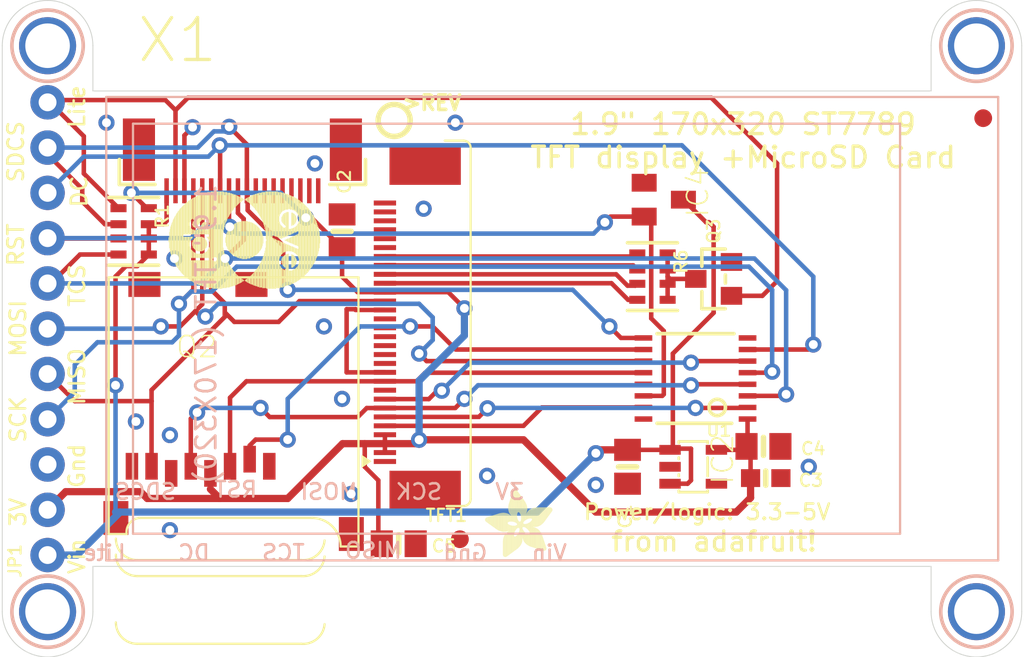
<source format=kicad_pcb>
(kicad_pcb (version 20211014) (generator pcbnew)
  (layers (0 "F.Cu" signal) (1 "In1.Cu" signal) (2 "In2.Cu" signal) (3 "In3.Cu" signal) (4 "In4.Cu" signal) (5 "In5.Cu" signal) (6 "In6.Cu" signal) (7 "In7.Cu" signal) (8 "In8.Cu" signal) (9 "In9.Cu" signal) (10 "In10.Cu" signal) (11 "In11.Cu" signal) (12 "In12.Cu" signal) (13 "In13.Cu" signal) (14 "In14.Cu" signal) (31 "B.Cu" signal) (34 "B.Paste" user) (35 "F.Paste" user) (36 "B.SilkS" user "B.Silkscreen") (37 "F.SilkS" user "F.Silkscreen") (38 "B.Mask" user) (39 "F.Mask" user) (44 "Edge.Cuts" user))
  (net 0 "")
  (net 1 "GND")
  (net 2 "SCK")
  (net 3 "SCK_3V")
  (net 4 "MOSI")
  (net 5 "MOSI_3V")
  (net 6 "MISO")
  (net 7 "+3V3")
  (net 8 "CARDCS")
  (net 9 "CARDCS_3V")
  (net 10 "LEDK")
  (net 11 "LITE")
  (net 12 "TFTDC")
  (net 13 "TFTDC_3V")
  (net 14 "TFTCS_3V")
  (net 15 "TFTCS")
  (net 16 "VIN")
  (net 17 "TFTRST_3V")
  (net 18 "TFTRST")
  (net 19 "N$2")
  (net 20 "N$3")
  (net 21 "N$4")
  (net 22 "N$5")
  (footprint "boardEagle:FIDUCIAL_1MM" (layer "F.Cu") (at 145.5801 116.8146 -90)
    (fp_text reference "U$5" hide)
    (fp_text value "FIDUCIAL_1MM" hide)
  )
  (footprint "boardEagle:1X11_ROUND_76" (layer "F.Cu") (at 122.4661 105.0036 90)
    (fp_text reference "JP1")
    (fp_text value "")
  )
  (footprint "boardEagle:TFT_1.9IN_170X320_30P" (layer "F.Cu") (at 148.7551 105.0036 90)
    (fp_text reference "TFT1")
    (fp_text value "DISP_LCD_ST7789_1.9IN" hide)
  )
  (footprint "boardEagle:SOT23" (layer "F.Cu") (at 157.0101 97.7646 -90)
    (fp_text reference "IC4")
    (fp_text value "APX803-SAG")
  )
  (footprint "boardEagle:ADAFRUIT_3.5MM" (layer "F.Cu") (at 150.7871 117.8306 90)
    (fp_text reference "U$21" hide)
    (fp_text value "" hide)
  )
  (footprint "boardEagle:SOT23-WIDE" (layer "F.Cu") (at 159.8041 102.2096 90)
    (fp_text reference "Q3")
    (fp_text value "BSS138")
  )
  (footprint "boardEagle:MICROSD" (layer "F.Cu") (at 125.8951 102.0826)
    (fp_text reference "Q2")
    (fp_text value "MICROSD" hide)
  )
  (footprint "boardEagle:PCBFEAT-REV-040" (layer "F.Cu") (at 141.8971 93.3196 180)
    (fp_text reference "U$2" hide)
    (fp_text value "" hide)
  )
  (footprint "boardEagle:EYE_SPI_DISPLAY_BOTCONTACT" (layer "F.Cu") (at 133.3881 94.5896)
    (fp_text reference "X1")
    (fp_text value "EYE_SPI_DISPLAY_FLIP")
  )
  (footprint "boardEagle:RESPACK_4X0603" (layer "F.Cu") (at 156.3751 102.0826 -90)
    (fp_text reference "R6")
    (fp_text value "~22 OHM")
  )
  (footprint "boardEagle:RESPACK_4X0603" (layer "F.Cu") (at 127.2921 99.5426 -90)
    (fp_text reference "R1")
    (fp_text value "10k")
  )
  (footprint "boardEagle:TSSOP16" (layer "F.Cu") (at 158.7881 107.7976 90)
    (fp_text reference "U1")
    (fp_text value "74HC4050PWR")
  )
  (footprint "boardEagle:0805-NO" (layer "F.Cu") (at 162.5981 111.6076)
    (fp_text reference "C4")
    (fp_text value "10uF")
  )
  (footprint "boardEagle:0805-NO" (layer "F.Cu") (at 142.1511 117.0686)
    (fp_text reference "C5")
    (fp_text value "10uF")
  )
  (footprint "boardEagle:0805-NO" (layer "F.Cu") (at 154.9781 112.7506 -90)
    (fp_text reference "C1")
    (fp_text value "10uF")
  )
  (footprint "boardEagle:0805-NO" (layer "F.Cu") (at 138.9761 99.5426 90)
    (fp_text reference "C2")
    (fp_text value "10uF")
  )
  (footprint "boardEagle:SOT23-5L" (layer "F.Cu") (at 158.6611 112.7506 -90)
    (fp_text reference "IC2")
    (fp_text value "AP2112")
  )
  (footprint "boardEagle:0603-NO" (layer "F.Cu") (at 162.7251 113.3856)
    (fp_text reference "C3")
    (fp_text value "0.1uF")
  )
  (footprint "boardEagle:EYESPI_MINI_LOGO" (layer "F.Cu") (at 129.1971 97.2566 -90)
    (fp_text reference "U$22" hide)
    (fp_text value "" hide)
  )
  (footprint "boardEagle:FIDUCIAL_1MM" (layer "F.Cu") (at 174.9171 93.1926 180)
    (fp_text reference "U$4" hide)
    (fp_text value "FIDUCIAL_1MM" hide)
  )
  (footprint "boardEagle:MOUNTINGHOLE_2.5_PLATED" (layer "B.Cu") (at 174.5361 89.1286 180)
    (fp_text reference "U$8" hide)
    (fp_text value "MOUNTINGHOLE2.5" hide)
  )
  (footprint "boardEagle:MOUNTINGHOLE_2.5_PLATED" (layer "B.Cu") (at 174.5361 120.8786 180)
    (fp_text reference "U$7" hide)
    (fp_text value "MOUNTINGHOLE2.5" hide)
  )
  (footprint "boardEagle:MOUNTINGHOLE_2.5_PLATED" (layer "B.Cu") (at 122.4661 120.8786 180)
    (fp_text reference "U$9" hide)
    (fp_text value "MOUNTINGHOLE2.5" hide)
  )
  (footprint "boardEagle:MOUNTINGHOLE_2.5_PLATED" (layer "B.Cu") (at 122.4661 89.1286 180)
    (fp_text reference "U$10" hide)
    (fp_text value "MOUNTINGHOLE2.5" hide)
  )
  (gr_line (start 119.9261 89.1286) (end 119.9261 120.8786) (layer "Edge.Cuts") (width 0.05))
  (gr_line (start 177.0761 120.8786) (end 177.0761 89.1286) (layer "Edge.Cuts") (width 0.05))
  (gr_arc (start 174.5361 86.5886) (mid 176.332151 87.332549) (end 177.0761 89.1286) (layer "Edge.Cuts") (width 0.05))
  (gr_line (start 125.0061 120.8786) (end 125.0061 118.3386) (layer "Edge.Cuts") (width 0.05))
  (gr_line (start 125.0061 91.6686) (end 125.0061 89.1286) (layer "Edge.Cuts") (width 0.05))
  (gr_arc (start 125.0061 120.8786) (mid 124.262151 122.674651) (end 122.4661 123.4186) (layer "Edge.Cuts") (width 0.05))
  (gr_arc (start 174.5361 123.4186) (mid 172.740049 122.674651) (end 171.9961 120.8786) (layer "Edge.Cuts") (width 0.05))
  (gr_arc (start 171.9961 89.1286) (mid 172.740049 87.332549) (end 174.5361 86.5886) (layer "Edge.Cuts") (width 0.05))
  (gr_arc (start 119.9261 89.1286) (mid 120.670049 87.332549) (end 122.4661 86.5886) (layer "Edge.Cuts") (width 0.05))
  (gr_arc (start 122.4661 123.4186) (mid 120.670049 122.674651) (end 119.9261 120.8786) (layer "Edge.Cuts") (width 0.05))
  (gr_line (start 171.9961 91.6686) (end 125.0061 91.6686) (layer "Edge.Cuts") (width 0.05))
  (gr_arc (start 122.4661 86.5886) (mid 124.262151 87.332549) (end 125.0061 89.1286) (layer "Edge.Cuts") (width 0.05))
  (gr_line (start 125.0061 118.3386) (end 171.9961 118.3386) (layer "Edge.Cuts") (width 0.05))
  (gr_line (start 171.9961 89.1286) (end 171.9961 91.6686) (layer "Edge.Cuts") (width 0.05))
  (gr_line (start 171.9961 118.3386) (end 171.9961 120.8786) (layer "Edge.Cuts") (width 0.05))
  (gr_arc (start 177.0761 120.8786) (mid 176.332151 122.674651) (end 174.5361 123.4186) (layer "Edge.Cuts") (width 0.05))
  (gr_text "Lite" (at 124.3711 117.0686) (layer "B.SilkS") (effects (font (size 0.87376 0.87376) (thickness 0.14224)) (justify right top mirror)))
  (gr_text "SDCS" (at 126.1491 114.1476) (layer "B.SilkS") (effects (font (size 0.87376 0.87376) (thickness 0.14224)) (justify right mirror)))
  (gr_text "MISO" (at 142.4051 117.9576) (layer "B.SilkS") (effects (font (size 0.87376 0.87376) (thickness 0.14224)) (justify left bottom mirror)))
  (gr_text "MOSI" (at 136.5631 113.6396) (layer "B.SilkS") (effects (font (size 0.87376 0.87376) (thickness 0.14224)) (justify right top mirror)))
  (gr_text "Vin" (at 149.5171 117.0686) (layer "B.SilkS") (effects (font (size 0.87376 0.87376) (thickness 0.14224)) (justify right top mirror)))
  (gr_text "RST" (at 131.7371 113.5126) (layer "B.SilkS") (effects (font (size 0.87376 0.87376) (thickness 0.14224)) (justify right top mirror)))
  (gr_text "3V" (at 147.4851 113.6396) (layer "B.SilkS") (effects (font (size 0.87376 0.87376) (thickness 0.14224)) (justify right top mirror)))
  (gr_text "SCK" (at 141.8971 113.6396) (layer "B.SilkS") (effects (font (size 0.87376 0.87376) (thickness 0.14224)) (justify right top mirror)))
  (gr_text "Gnd" (at 144.5641 117.0686) (layer "B.SilkS") (effects (font (size 0.87376 0.87376) (thickness 0.14224)) (justify right top mirror)))
  (gr_text "DC" (at 129.7051 117.0686) (layer "B.SilkS") (effects (font (size 0.87376 0.87376) (thickness 0.14224)) (justify right top mirror)))
  (gr_text "TCS" (at 134.4041 118.0846) (layer "B.SilkS") (effects (font (size 0.87376 0.87376) (thickness 0.14224)) (justify right bottom mirror)))
  (gr_text "DC" (at 124.7521 98.2726 90) (layer "F.SilkS") (effects (font (size 0.87376 0.87376) (thickness 0.14224)) (justify left bottom)))
  (gr_text "TCS" (at 123.6091 103.8606 90) (layer "F.SilkS") (effects (font (size 0.87376 0.87376) (thickness 0.14224)) (justify left top)))
  (gr_text "Gnd" (at 124.6251 114.0206 90) (layer "F.SilkS") (effects (font (size 0.87376 0.87376) (thickness 0.14224)) (justify left bottom)))
  (gr_text "Power/logic: 3.3-5V" (at 152.4381 115.7986) (layer "F.SilkS") (effects (font (size 0.87376 0.87376) (thickness 0.14224)) (justify left bottom)))
  (gr_text "MOSI" (at 121.3231 106.6546 90) (layer "F.SilkS") (effects (font (size 0.87376 0.87376) (thickness 0.14224)) (justify left bottom)))
  (gr_text "Lite" (at 124.6251 93.8276 90) (layer "F.SilkS") (effects (font (size 0.87376 0.87376) (thickness 0.14224)) (justify left bottom)))
  (gr_text "RST" (at 121.1961 101.5746 90) (layer "F.SilkS") (effects (font (size 0.87376 0.87376) (thickness 0.14224)) (justify left bottom)))
  (gr_text "SCK" (at 121.3231 111.4806 90) (layer "F.SilkS") (effects (font (size 0.87376 0.87376) (thickness 0.14224)) (justify left bottom)))
  (gr_text "from adafruit!" (at 153.9621 117.5766) (layer "F.SilkS") (effects (font (size 1.0922 1.0922) (thickness 0.1778)) (justify left bottom)))
  (gr_text "1.9\" 170x320 ST7789\nTFT display +MicroSD Card" (at 161.4551 94.4626) (layer "F.SilkS") (effects (font (size 1.157732 1.157732) (thickness 0.188468))))
  (gr_text "MISO" (at 123.6091 106.0196 90) (layer "F.SilkS") (effects (font (size 0.87376 0.87376) (thickness 0.14224)) (justify right top)))
  (gr_text "SDCS" (at 120.6881 96.8756 90) (layer "F.SilkS") (effects (font (size 0.87376 0.87376) (thickness 0.14224)) (justify left)))
  (gr_text "3V" (at 121.3231 116.1796 90) (layer "F.SilkS") (effects (font (size 0.87376 0.87376) (thickness 0.14224)) (justify left bottom)))
  (gr_text "Vin" (at 124.6251 118.8466 90) (layer "F.SilkS") (effects (font (size 0.87376 0.87376) (thickness 0.14224)) (justify left bottom)))
  (segment (start 139.7381 103.9536) (end 139.7381 103.9108) (width 0.254) (layer "F.Cu") (net 1))
  (segment (start 130.1381 97.2676) (end 130.1381 94.1566) (width 0.254) (layer "F.Cu") (net 1))
  (segment (start 130.1381 94.1566) (end 130.5941 93.7006) (width 0.254) (layer "F.Cu") (net 1))
  (segment (start 141.3771 103.9536) (end 139.7381 103.9536) (width 0.254) (layer "F.Cu") (net 1))
  (segment (start 139.2301 103.9108) (end 139.2301 107.4536) (width 0.254) (layer "F.Cu") (net 1))
  (segment (start 139.7381 103.9108) (end 139.2301 103.9108) (width 0.254) (layer "F.Cu") (net 1))
  (segment (start 139.2301 107.4536) (end 141.3771 107.4536) (width 0.254) (layer "F.Cu") (net 1))
  (via (at 153.2001 113.7666) (size 0.9064) (drill 0.5) (layers "F.Cu" "B.Cu") (net 1))
  (via (at 143.5481 98.2726) (size 0.9064) (drill 0.5) (layers "F.Cu" "B.Cu") (net 1))
  (via (at 125.7681 93.4466) (size 0.9064) (drill 0.5) (layers "F.Cu" "B.Cu") (net 1))
  (via (at 130.5941 93.7006) (size 0.9064) (drill 0.5) (layers "F.Cu" "B.Cu") (net 1))
  (via (at 129.5781 101.0666) (size 0.9064) (drill 0.5) (layers "F.Cu" "B.Cu") (net 1))
  (via (at 129.3241 116.3066) (size 0.9064) (drill 0.5) (layers "F.Cu" "B.Cu") (net 1))
  (via (at 145.3261 93.4466) (size 0.9064) (drill 0.5) (layers "F.Cu" "B.Cu") (net 1))
  (via (at 165.1381 112.7506) (size 0.9064) (drill 0.5) (layers "F.Cu" "B.Cu") (net 1))
  (via (at 139.4841 114.2746) (size 0.9064) (drill 0.5) (layers "F.Cu" "B.Cu") (net 1))
  (via (at 129.3241 110.9726) (size 0.9064) (drill 0.5) (layers "F.Cu" "B.Cu") (net 1))
  (via (at 138.9761 108.9406) (size 0.9064) (drill 0.5) (layers "F.Cu" "B.Cu") (net 1))
  (via (at 137.4521 95.7326) (size 0.9064) (drill 0.5) (layers "F.Cu" "B.Cu") (net 1))
  (via (at 147.1041 113.2586) (size 0.9064) (drill 0.5) (layers "F.Cu" "B.Cu") (net 1))
  (via (at 127.4191 110.2106) (size 0.9064) (drill 0.5) (layers "F.Cu" "B.Cu") (net 1))
  (via (at 137.9601 104.8766) (size 0.9064) (drill 0.5) (layers "F.Cu" "B.Cu") (net 1))
  (segment (start 130.6381 102.8006) (end 129.8321 103.6066) (width 0.254) (layer "F.Cu") (net 2))
  (segment (start 163.0287 107.4726) (end 161.7059 107.4726) (width 0.254) (layer "F.Cu") (net 2))
  (segment (start 130.6381 97.2676) (end 130.6381 102.8006) (width 0.254) (layer "F.Cu") (net 2))
  (segment (start 163.0847 107.4166) (end 163.0287 107.4726) (width 0.254) (layer "F.Cu") (net 2))
  (via (at 163.0847 107.4166) (size 0.9064) (drill 0.5) (layers "F.Cu" "B.Cu") (net 2))
  (via (at 129.8321 103.6066) (size 0.9064) (drill 0.5) (layers "F.Cu" "B.Cu") (net 2))
  (segment (start 129.4511 105.7656) (end 125.2601 105.7656) (width 0.254) (layer "B.Cu") (net 2))
  (segment (start 161.7853 101.5238) (end 163.0847 102.8232) (width 0.254) (layer "B.Cu") (net 2))
  (segment (start 129.8321 105.3846) (end 129.4511 105.7656) (width 0.254) (layer "B.Cu") (net 2))
  (segment (start 122.4661 110.0836) (end 123.9901 108.5596) (width 0.254) (layer "B.Cu") (net 2))
  (segment (start 133.0722 101.5238) (end 161.7853 101.5238) (width 0.254) (layer "B.Cu") (net 2))
  (segment (start 129.8321 103.6066) (end 130.5179 102.9208) (width 0.254) (layer "B.Cu") (net 2))
  (segment (start 163.0847 102.8232) (end 163.0847 107.4166) (width 0.254) (layer "B.Cu") (net 2))
  (segment (start 123.9901 108.5596) (end 123.9901 107.0356) (width 0.254) (layer "B.Cu") (net 2))
  (segment (start 129.8321 103.6066) (end 129.8321 105.3846) (width 0.254) (layer "B.Cu") (net 2))
  (segment (start 130.5179 102.9208) (end 131.6752 102.9208) (width 0.254) (layer "B.Cu") (net 2))
  (segment (start 123.9901 107.0356) (end 125.2601 105.7656) (width 0.254) (layer "B.Cu") (net 2))
  (segment (start 131.6752 102.9208) (end 133.0722 101.5238) (width 0.254) (layer "B.Cu") (net 2))
  (segment (start 130.4951 110.0556) (end 130.8481 109.7026) (width 0.254) (layer "F.Cu") (net 3))
  (segment (start 139.8531 109.9616) (end 140.3611 109.4536) (width 0.254) (layer "F.Cu") (net 3))
  (segment (start 158.5341 108.1786) (end 158.5901 108.1226) (width 0.254) (layer "F.Cu") (net 3))
  (segment (start 145.3211 109.4536) (end 145.8341 108.9406) (width 0.254) (layer "F.Cu") (net 3))
  (segment (start 140.3611 109.4536) (end 141.3771 109.4536) (width 0.254) (layer "F.Cu") (net 3))
  (segment (start 134.4041 109.4486) (end 134.9171 109.9616) (width 0.254) (layer "F.Cu") (net 3))
  (segment (start 141.3771 109.4536) (end 145.3211 109.4536) (width 0.254) (layer "F.Cu") (net 3))
  (segment (start 130.4951 112.7226) (end 130.4951 110.0556) (width 0.254) (layer "F.Cu") (net 3))
  (segment (start 139.8531 109.9616) (end 134.9171 109.9616) (width 0.254) (layer "F.Cu") (net 3))
  (segment (start 161.7059 108.1226) (end 158.5901 108.1226) (width 0.254) (layer "F.Cu") (net 3))
  (via (at 158.5341 108.1786) (size 0.9064) (drill 0.5) (layers "F.Cu" "B.Cu") (net 3))
  (via (at 134.4041 109.4486) (size 0.9064) (drill 0.5) (layers "F.Cu" "B.Cu") (net 3))
  (via (at 145.8341 108.9406) (size 0.9064) (drill 0.5) (layers "F.Cu" "B.Cu") (net 3))
  (via (at 130.8481 109.7026) (size 0.9064) (drill 0.5) (layers "F.Cu" "B.Cu") (net 3))
  (segment (start 130.8481 109.7026) (end 131.1021 109.4486) (width 0.254) (layer "B.Cu") (net 3))
  (segment (start 145.8341 108.9406) (end 146.5961 108.1786) (width 0.254) (layer "B.Cu") (net 3))
  (segment (start 134.4041 109.4486) (end 131.1021 109.4486) (width 0.254) (layer "B.Cu") (net 3))
  (segment (start 146.5961 108.1786) (end 158.5341 108.1786) (width 0.254) (layer "B.Cu") (net 3))
  (segment (start 130.752087 104.018588) (end 131.1381 103.632575) (width 0.254) (layer "F.Cu") (net 4))
  (segment (start 131.31015 104.32265) (end 131.05615 104.32265) (width 0.254) (layer "F.Cu") (net 4))
  (segment (start 143.7161 106.8226) (end 143.2941 106.4006) (width 0.254) (layer "F.Cu") (net 4))
  (segment (start 128.8161 104.8766) (end 129.894075 104.8766) (width 0.254) (layer "F.Cu") (net 4))
  (segment (start 131.05615 104.32265) (end 130.752087 104.018588) (width 0.254) (layer "F.Cu") (net 4))
  (segment (start 155.8703 106.8226) (end 143.7161 106.8226) (width 0.254) (layer "F.Cu") (net 4))
  (segment (start 131.1381 97.2676) (end 131.1381 103.632575) (width 0.254) (layer "F.Cu") (net 4))
  (segment (start 129.894075 104.8766) (end 130.752087 104.018588) (width 0.254) (layer "F.Cu") (net 4))
  (via (at 131.31015 104.32265) (size 0.9064) (drill 0.5) (layers "F.Cu" "B.Cu") (net 4))
  (via (at 143.2941 106.4006) (size 0.9064) (drill 0.5) (layers "F.Cu" "B.Cu") (net 4))
  (via (at 128.8161 104.8766) (size 0.9064) (drill 0.5) (layers "F.Cu" "B.Cu") (net 4))
  (segment (start 132.0262 103.6066) (end 131.31015 104.32265) (width 0.254) (layer "B.Cu") (net 4))
  (segment (start 144.0561 105.6386) (end 144.0561 104.3686) (width 0.254) (layer "B.Cu") (net 4))
  (segment (start 143.2941 103.6066) (end 132.0262 103.6066) (width 0.254) (layer "B.Cu") (net 4))
  (segment (start 144.0561 104.3686) (end 143.2941 103.6066) (width 0.254) (layer "B.Cu") (net 4))
  (segment (start 128.6891 105.0036) (end 122.4661 105.0036) (width 0.254) (layer "B.Cu") (net 4))
  (segment (start 128.8161 104.8766) (end 128.6891 105.0036) (width 0.254) (layer "B.Cu") (net 4))
  (segment (start 143.2941 106.4006) (end 144.0561 105.6386) (width 0.254) (layer "B.Cu") (net 4))
  (segment (start 133.6131 107.9536) (end 141.3771 107.9536) (width 0.254) (layer "F.Cu") (net 5))
  (segment (start 132.6951 112.7226) (end 132.6951 108.8716) (width 0.254) (layer "F.Cu") (net 5))
  (segment (start 143.6361 107.4726) (end 155.8703 107.4726) (width 0.254) (layer "F.Cu") (net 5))
  (segment (start 143.1551 107.9536) (end 143.6361 107.4726) (width 0.254) (layer "F.Cu") (net 5))
  (segment (start 132.6951 108.8716) (end 133.6131 107.9536) (width 0.254) (layer "F.Cu") (net 5))
  (segment (start 141.3771 107.9536) (end 143.1551 107.9536) (width 0.254) (layer "F.Cu") (net 5))
  (segment (start 132.4001 103.5786) (end 131.6381 102.8166) (width 0.254) (layer "F.Cu") (net 6))
  (segment (start 132.4001 104.3406) (end 128.2951 108.4456) (width 0.254) (layer "F.Cu") (net 6))
  (segment (start 128.2951 108.4456) (end 128.2951 109.0676) (width 0.254) (layer "F.Cu") (net 6))
  (segment (start 141.3771 103.4536) (end 136.5891 103.4536) (width 0.254) (layer "F.Cu") (net 6))
  (segment (start 132.4001 104.0866) (end 132.4001 104.3406) (width 0.254) (layer "F.Cu") (net 6))
  (segment (start 122.4661 107.5436) (end 123.9901 109.0676) (width 0.254) (layer "F.Cu") (net 6))
  (segment (start 136.5891 103.4536) (end 135.4201 104.6226) (width 0.254) (layer "F.Cu") (net 6))
  (segment (start 132.9361 104.6226) (end 132.4001 104.0866) (width 0.254) (layer "F.Cu") (net 6))
  (segment (start 135.4201 104.6226) (end 132.9361 104.6226) (width 0.254) (layer "F.Cu") (net 6))
  (segment (start 128.2951 109.0676) (end 123.9901 109.0676) (width 0.254) (layer "F.Cu") (net 6))
  (segment (start 131.6381 97.2676) (end 131.6381 102.8166) (width 0.254) (layer "F.Cu") (net 6))
  (segment (start 132.4001 103.5786) (end 132.4001 104.0866) (width 0.254) (layer "F.Cu") (net 6))
  (segment (start 128.2951 109.0676) (end 128.2951 112.7226) (width 0.254) (layer "F.Cu") (net 6))
  (segment (start 128.0541 114.5286) (end 132.1181 114.5286) (width 0.4064) (layer "F.Cu") (net 7))
  (segment (start 161.0741 115.2906) (end 161.8751 114.4896) (width 0.4064) (layer "F.Cu") (net 7))
  (segment (start 128.1421 98.2426) (end 128.0241 98.2426) (width 0.254) (layer "F.Cu") (net 7))
  (segment (start 161.6481 111.6076) (end 161.4551 111.8006) (width 0.254) (layer "F.Cu") (net 7))
  (segment (start 131.5951 113.1226) (end 131.5951 114.0056) (width 0.254) (layer "F.Cu") (net 7))
  (segment (start 153.2001 115.2906) (end 161.0741 115.2906) (width 0.4064) (layer "F.Cu") (net 7))
  (segment (start 123.4821 114.1476) (end 127.6731 114.1476) (width 0.4064) (layer "F.Cu") (net 7))
  (segment (start 140.2461 112.7506) (end 140.2461 111.4536) (width 0.254) (layer "F.Cu") (net 7))
  (segment (start 139.8471 102.9536) (end 138.9761 102.0826) (width 0.254) (layer "F.Cu") (net 7))
  (segment (start 140.2461 111.4536) (end 141.3771 111.4536) (width 0.4064) (layer "F.Cu") (net 7))
  (segment (start 161.7059 110.0726) (end 161.7059 111.5498) (width 0.254) (layer "F.Cu") (net 7))
  (segment (start 161.8751 111.8346) (end 161.8751 113.3856) (width 0.254) (layer "F.Cu") (net 7))
  (segment (start 136.9441 98.7806) (end 137.2641 98.7806) (width 0.254) (layer "F.Cu") (net 7))
  (segment (start 131.5951 114.0056) (end 132.1181 114.5286) (width 0.4064) (layer "F.Cu") (net 7))
  (segment (start 141.3771 102.9536) (end 144.9271 102.9536) (width 0.254) (layer "F.Cu") (net 7))
  (segment (start 141.2011 117.0686) (end 141.0081 116.8756) (width 0.254) (layer "F.Cu") (net 7))
  (segment (start 161.4551 111.8006) (end 159.9611 111.8006) (width 0.254) (layer "F.Cu") (net 7))
  (segment (start 127.6731 114.1476) (end 128.0541 114.5286) (width 0.4064) (layer "F.Cu") (net 7))
  (segment (start 138.9761 102.0826) (end 138.9761 100.4926) (width 0.254) (layer "F.Cu") (net 7))
  (segment (start 122.4661 115.1636) (end 123.4821 114.1476) (width 0.4064) (layer "F.Cu") (net 7))
  (segment (start 145.8341 103.8606) (end 144.9271 102.9536) (width 0.254) (layer "F.Cu") (net 7))
  (segment (start 139.0031 111.4536) (end 140.2461 111.4536) (width 0.4064) (layer "F.Cu") (net 7))
  (segment (start 143.2941 111.237) (end 149.1465 111.237) (width 0.4064) (layer "F.Cu") (net 7))
  (segment (start 143.0775 111.4536) (end 141.3771 111.4536) (width 0.4064) (layer "F.Cu") (net 7))
  (segment (start 141.0081 113.5126) (end 140.2461 112.7506) (width 0.254) (layer "F.Cu") (net 7))
  (segment (start 137.2641 98.7806) (end 138.9761 100.4926) (width 0.254) (layer "F.Cu") (net 7))
  (segment (start 132.1181 114.5286) (end 135.9281 114.5286) (width 0.4064) (layer "F.Cu") (net 7))
  (segment (start 135.9281 114.5286) (end 139.0031 111.4536) (width 0.4064) (layer "F.Cu") (net 7))
  (segment (start 141.3771 110.9536) (end 141.3771 111.4536) (width 0.254) (layer "F.Cu") (net 7))
  (segment (start 141.3771 111.4536) (end 141.3771 111.9536) (width 0.254) (layer "F.Cu") (net 7))
  (segment (start 143.2941 111.237) (end 143.0775 111.4536) (width 0.4064) (layer "F.Cu") (net 7))
  (segment (start 141.0081 116.8756) (end 141.0081 113.5126) (width 0.254) (layer "F.Cu") (net 7))
  (segment (start 161.6481 111.6076) (end 161.8751 111.8346) (width 0.254) (layer "F.Cu") (net 7))
  (segment (start 141.3771 102.9536) (end 139.8471 102.9536) (width 0.254) (layer "F.Cu") (net 7))
  (segment (start 161.7059 111.5498) (end 161.6481 111.6076) (width 0.254) (layer "F.Cu") (net 7))
  (segment (start 149.1465 111.237) (end 153.2001 115.2906) (width 0.4064) (layer "F.Cu") (net 7))
  (segment (start 128.0241 98.2426) (end 127.1651 97.3836) (width 0.254) (layer "F.Cu") (net 7))
  (segment (start 161.8751 114.4896) (end 161.8751 113.3856) (width 0.4064) (layer "F.Cu") (net 7))
  (via (at 136.9441 98.7806) (size 0.9064) (drill 0.5) (layers "F.Cu" "B.Cu") (net 7))
  (via (at 145.8341 103.8606) (size 0.9064) (drill 0.5) (layers "F.Cu" "B.Cu") (net 7))
  (via (at 143.2941 111.237) (size 0.9064) (drill 0.5) (layers "F.Cu" "B.Cu") (net 7))
  (via (at 127.1651 97.3836) (size 0.9064) (drill 0.5) (layers "F.Cu" "B.Cu") (net 7))
  (segment (start 143.2941 107.9246) (end 143.2941 111.237) (width 0.4064) (layer "B.Cu") (net 7))
  (segment (start 127.1651 97.3836) (end 135.5471 97.3836) (width 0.254) (layer "B.Cu") (net 7))
  (segment (start 135.5471 97.3836) (end 136.9441 98.7806) (width 0.254) (layer "B.Cu") (net 7))
  (segment (start 145.8341 103.8606) (end 145.8341 105.3846) (width 0.4064) (layer "B.Cu") (net 7))
  (segment (start 143.2941 107.9246) (end 145.8341 105.3846) (width 0.4064) (layer "B.Cu") (net 7))
  (segment (start 125.6801 99.1426) (end 124.4101 97.8726) (width 0.254) (layer "F.Cu") (net 8))
  (segment (start 133.6829 97.3124) (end 133.6829 98.358375) (width 0.254) (layer "F.Cu") (net 8))
  (segment (start 135.6741 102.5692) (end 135.9281 102.8232) (width 0.254) (layer "F.Cu") (net 8))
  (segment (start 135.6741 100.349575) (end 135.6741 102.5692) (width 0.254) (layer "F.Cu") (net 8))
  (segment (start 133.6381 97.2676) (end 133.6381 94.667388) (width 0.254) (layer "F.Cu") (net 8))
  (segment (start 126.4421 99.1426) (end 125.6801 99.1426) (width 0.254) (layer "F.Cu") (net 8))
  (segment (start 133.6381 97.2676) (end 133.6829 97.3124) (width 0.254) (layer "F.Cu") (net 8))
  (segment (start 153.9621 104.8766) (end 154.6081 105.5226) (width 0.254) (layer "F.Cu") (net 8))
  (segment (start 154.6081 105.5226) (end 155.8703 105.5226) (width 0.254) (layer "F.Cu") (net 8))
  (segment (start 122.4661 95.2246) (end 122.4661 94.8436) (width 0.254) (layer "F.Cu") (net 8))
  (segment (start 133.6381 94.667388) (end 132.648706 93.677994) (width 0.254) (layer "F.Cu") (net 8))
  (segment (start 133.6829 98.358375) (end 135.6741 100.349575) (width 0.254) (layer "F.Cu") (net 8))
  (segment (start 124.4101 97.8726) (end 124.4101 97.1686) (width 0.254) (layer "F.Cu") (net 8))
  (segment (start 124.4101 97.1686) (end 122.4661 95.2246) (width 0.254) (layer "F.Cu") (net 8))
  (via (at 135.9281 102.8232) (size 0.9064) (drill 0.5) (layers "F.Cu" "B.Cu") (net 8))
  (via (at 132.648706 93.677994) (size 0.9064) (drill 0.5) (layers "F.Cu" "B.Cu") (net 8))
  (via (at 153.9621 104.8766) (size 0.9064) (drill 0.5) (layers "F.Cu" "B.Cu") (net 8))
  (segment (start 130.8832 94.8436) (end 122.4661 94.8436) (width 0.254) (layer "B.Cu") (net 8))
  (segment (start 132.648706 93.677994) (end 132.3935 93.9332) (width 0.254) (layer "B.Cu") (net 8))
  (segment (start 135.9281 102.8232) (end 151.9087 102.8232) (width 0.254) (layer "B.Cu") (net 8))
  (segment (start 132.3935 93.9332) (end 131.7936 93.9332) (width 0.254) (layer "B.Cu") (net 8))
  (segment (start 131.7936 93.9332) (end 130.8832 94.8436) (width 0.254) (layer "B.Cu") (net 8))
  (segment (start 151.9087 102.8232) (end 153.9621 104.8766) (width 0.254) (layer "B.Cu") (net 8))
  (segment (start 135.9281 111.2266) (end 134.1291 111.2266) (width 0.254) (layer "F.Cu") (net 9))
  (segment (start 145.3521 106.1726) (end 144.0561 104.8766) (width 0.254) (layer "F.Cu") (net 9))
  (segment (start 133.7951 111.5606) (end 133.7951 112.3226) (width 0.254) (layer "F.Cu") (net 9))
  (segment (start 133.7951 111.5606) (end 134.1291 111.2266) (width 0.254) (layer "F.Cu") (net 9))
  (segment (start 144.0561 104.8766) (end 142.7861 104.8766) (width 0.254) (layer "F.Cu") (net 9))
  (segment (start 155.8703 106.1726) (end 145.3521 106.1726) (width 0.254) (layer "F.Cu") (net 9))
  (via (at 135.9281 111.2266) (size 0.9064) (drill 0.5) (layers "F.Cu" "B.Cu") (net 9))
  (via (at 142.7861 104.8766) (size 0.9064) (drill 0.5) (layers "F.Cu" "B.Cu") (net 9))
  (segment (start 142.7861 104.8766) (end 139.9921 104.8766) (width 0.254) (layer "B.Cu") (net 9))
  (segment (start 135.9281 108.9406) (end 135.9281 111.2266) (width 0.254) (layer "B.Cu") (net 9))
  (segment (start 139.9921 104.8766) (end 135.9281 108.9406) (width 0.254) (layer "B.Cu") (net 9))
  (segment (start 157.2251 101.6826) (end 157.2251 102.0826) (width 0.254) (layer "F.Cu") (net 10))
  (segment (start 157.2251 100.7826) (end 157.2251 101.6826) (width 0.254) (layer "F.Cu") (net 10))
  (segment (start 157.2251 102.4826) (end 157.2251 103.3826) (width 0.254) (layer "F.Cu") (net 10))
  (segment (start 158.8041 102.2096) (end 157.3521 102.2096) (width 0.254) (layer "F.Cu") (net 10))
  (segment (start 157.3521 102.2096) (end 157.2251 102.0826) (width 0.254) (layer "F.Cu") (net 10))
  (segment (start 157.2251 102.0826) (end 157.2251 102.4826) (width 0.254) (layer "F.Cu") (net 10))
  (segment (start 129.6381 97.2676) (end 129.6381 92.7446) (width 0.254) (layer "F.Cu") (net 11))
  (segment (start 130.3331 92.0496) (end 159.6771 92.0496) (width 0.254) (layer "F.Cu") (net 11))
  (segment (start 122.5931 92.3036) (end 122.4661 92.3036) (width 0.254) (layer "F.Cu") (net 11))
  (segment (start 162.5371 103.1596) (end 160.8041 103.1596) (width 0.254) (layer "F.Cu") (net 11))
  (segment (start 124.4981 94.2086) (end 122.5931 92.3036) (width 0.254) (layer "F.Cu") (net 11))
  (segment (start 163.3601 102.3366) (end 162.5371 103.1596) (width 0.254) (layer "F.Cu") (net 11))
  (segment (start 129.0701 92.1766) (end 129.6381 92.7446) (width 0.254) (layer "F.Cu") (net 11))
  (segment (start 163.3601 95.7326) (end 163.3601 102.3366) (width 0.254) (layer "F.Cu") (net 11))
  (segment (start 126.4421 98.2426) (end 124.4981 96.2986) (width 0.254) (layer "F.Cu") (net 11))
  (segment (start 129.0701 92.1766) (end 122.5931 92.1766) (width 0.254) (layer "F.Cu") (net 11))
  (segment (start 129.6381 92.7446) (end 130.3331 92.0496) (width 0.254) (layer "F.Cu") (net 11))
  (segment (start 159.6771 92.0496) (end 163.3601 95.7326) (width 0.254) (layer "F.Cu") (net 11))
  (segment (start 122.5931 92.1766) (end 122.4661 92.3036) (width 0.254) (layer "F.Cu") (net 11))
  (segment (start 124.4981 96.2986) (end 124.4981 94.2086) (width 0.254) (layer "F.Cu") (net 11))
  (segment (start 132.1381 97.2676) (end 132.1381 94.7366) (width 0.254) (layer "F.Cu") (net 12))
  (segment (start 132.1381 94.7366) (end 132.1181 94.7166) (width 0.254) (layer "F.Cu") (net 12))
  (segment (start 165.1121 106.1726) (end 161.7059 106.1726) (width 0.254) (layer "F.Cu") (net 12))
  (segment (start 165.3921 105.8926) (end 165.1121 106.1726) (width 0.254) (layer "F.Cu") (net 12))
  (via (at 132.1181 94.7166) (size 0.9064) (drill 0.5) (layers "F.Cu" "B.Cu") (net 12))
  (via (at 165.3921 105.8926) (size 0.9064) (drill 0.5) (layers "F.Cu" "B.Cu") (net 12))
  (segment (start 132.1181 94.7166) (end 131.4831 95.3516) (width 0.254) (layer "B.Cu") (net 12))
  (segment (start 124.4981 95.3516) (end 122.4661 97.3836) (width 0.254) (layer "B.Cu") (net 12))
  (segment (start 165.3921 102.0826) (end 165.3921 105.8926) (width 0.254) (layer "B.Cu") (net 12))
  (segment (start 158.0261 94.7166) (end 165.3921 102.0826) (width 0.254) (layer "B.Cu") (net 12))
  (segment (start 131.4831 95.3516) (end 124.4981 95.3516) (width 0.254) (layer "B.Cu") (net 12))
  (segment (start 132.1181 94.7166) (end 158.0261 94.7166) (width 0.254) (layer "B.Cu") (net 12))
  (segment (start 141.3771 108.9536) (end 143.8395 108.9536) (width 0.254) (layer "F.Cu") (net 13))
  (segment (start 144.3101 108.483) (end 144.5641 108.483) (width 0.254) (layer "F.Cu") (net 13))
  (segment (start 158.5341 106.9086) (end 158.6201 106.8226) (width 0.254) (layer "F.Cu") (net 13))
  (segment (start 161.7059 106.8226) (end 158.6201 106.8226) (width 0.254) (layer "F.Cu") (net 13))
  (segment (start 143.8395 108.9536) (end 144.3101 108.483) (width 0.254) (layer "F.Cu") (net 13))
  (via (at 144.5641 108.483) (size 0.9064) (drill 0.5) (layers "F.Cu" "B.Cu") (net 13))
  (via (at 158.5341 106.9086) (size 0.9064) (drill 0.5) (layers "F.Cu" "B.Cu") (net 13))
  (segment (start 144.5641 108.483) (end 146.1385 106.9086) (width 0.254) (layer "B.Cu") (net 13))
  (segment (start 146.1385 106.9086) (end 158.5341 106.9086) (width 0.254) (layer "B.Cu") (net 13))
  (segment (start 146.644312 109.9536) (end 147.126706 109.471207) (width 0.254) (layer "F.Cu") (net 14))
  (segment (start 161.6799 109.4486) (end 158.7881 109.4486) (width 0.254) (layer "F.Cu") (net 14))
  (segment (start 141.3771 109.9536) (end 146.644312 109.9536) (width 0.254) (layer "F.Cu") (net 14))
  (segment (start 161.7059 109.4226) (end 161.6799 109.4486) (width 0.254) (layer "F.Cu") (net 14))
  (via (at 158.7881 109.4486) (size 0.9064) (drill 0.5) (layers "F.Cu" "B.Cu") (net 14))
  (via (at 147.126706 109.471207) (size 0.9064) (drill 0.5) (layers "F.Cu" "B.Cu") (net 14))
  (segment (start 147.126706 109.471207) (end 147.149312 109.4486) (width 0.254) (layer "B.Cu") (net 14))
  (segment (start 147.149312 109.4486) (end 158.7881 109.4486) (width 0.254) (layer "B.Cu") (net 14))
  (segment (start 133.4589 100.0292) (end 132.4215 101.0666) (width 0.254) (layer "F.Cu") (net 15))
  (segment (start 133.1381 98.5163) (end 133.4589 98.8371) (width 0.254) (layer "F.Cu") (net 15))
  (segment (start 133.4589 98.8371) (end 133.4589 100.0292) (width 0.254) (layer "F.Cu") (net 15))
  (segment (start 163.8681 108.6866) (end 163.7821 108.7726) (width 0.254) (layer "F.Cu") (net 15))
  (segment (start 122.4661 102.4636) (end 122.6621 102.4636) (width 0.254) (layer "F.Cu") (net 15))
  (segment (start 163.7821 108.7726) (end 161.7059 108.7726) (width 0.254) (layer "F.Cu") (net 15))
  (segment (start 133.1381 97.2676) (end 133.1381 98.5163) (width 0.254) (layer "F.Cu") (net 15))
  (segment (start 126.4421 100.8426) (end 124.2831 100.8426) (width 0.254) (layer "F.Cu") (net 15))
  (segment (start 122.6621 102.4636) (end 124.2831 100.8426) (width 0.254) (layer "F.Cu") (net 15))
  (via (at 132.4215 101.0666) (size 0.9064) (drill 0.5) (layers "F.Cu" "B.Cu") (net 15))
  (via (at 163.8681 108.6866) (size 0.9064) (drill 0.5) (layers "F.Cu" "B.Cu") (net 15))
  (segment (start 131.0245 102.4636) (end 122.4661 102.4636) (width 0.254) (layer "B.Cu") (net 15))
  (segment (start 132.4215 101.0666) (end 131.0245 102.4636) (width 0.254) (layer "B.Cu") (net 15))
  (segment (start 163.8681 102.8446) (end 163.8681 108.6866) (width 0.254) (layer "B.Cu") (net 15))
  (segment (start 132.4215 101.0666) (end 162.0901 101.0666) (width 0.254) (layer "B.Cu") (net 15))
  (segment (start 163.8681 102.8446) (end 162.0901 101.0666) (width 0.254) (layer "B.Cu") (net 15))
  (segment (start 153.2001 111.9886) (end 153.3881 111.8006) (width 0.4064) (layer "F.Cu") (net 16))
  (segment (start 157.3611 111.8006) (end 154.9781 111.8006) (width 0.254) (layer "F.Cu") (net 16))
  (segment (start 157.5181 106.4006) (end 157.5181 111.6436) (width 0.254) (layer "F.Cu") (net 16))
  (segment (start 128.1421 99.1426) (end 128.1421 99.9426) (width 0.254) (layer "F.Cu") (net 16))
  (segment (start 158.5341 111.7346) (end 157.4271 111.7346) (width 0.254) (layer "F.Cu") (net 16))
  (segment (start 157.4271 111.7346) (end 157.3611 111.8006) (width 0.254) (layer "F.Cu") (net 16))
  (segment (start 129.1381 97.2676) (end 129.1381 98.9666) (width 0.254) (layer "F.Cu") (net 16))
  (segment (start 159.8041 104.1146) (end 157.5181 106.4006) (width 0.254) (layer "F.Cu") (net 16))
  (segment (start 127.4923 101.4924) (end 126.858325 101.4924) (width 0.254) (layer "F.Cu") (net 16))
  (segment (start 158.3461 113.7006) (end 158.5341 113.5126) (width 0.254) (layer "F.Cu") (net 16))
  (segment (start 126.2761 102.074625) (end 126.2761 108.1786) (width 0.254) (layer "F.Cu") (net 16))
  (segment (start 159.3801 99.0346) (end 159.5501 99.0346) (width 0.254) (layer "F.Cu") (net 16))
  (segment (start 128.1421 99.9426) (end 128.1421 100.8426) (width 0.254) (layer "F.Cu") (net 16))
  (segment (start 128.1421 100.8426) (end 127.4923 101.4924) (width 0.254) (layer "F.Cu") (net 16))
  (segment (start 126.858325 101.4924) (end 126.2761 102.074625) (width 0.254) (layer "F.Cu") (net 16))
  (segment (start 158.1101 97.7646) (end 159.3801 99.0346) (width 0.254) (layer "F.Cu") (net 16))
  (segment (start 158.5341 113.5126) (end 158.5341 111.7346) (width 0.254) (layer "F.Cu") (net 16))
  (segment (start 153.3881 111.8006) (end 154.9781 111.8006) (width 0.4064) (layer "F.Cu") (net 16))
  (segment (start 129.1381 98.9666) (end 128.9621 99.1426) (width 0.254) (layer "F.Cu") (net 16))
  (segment (start 159.5501 99.0346) (end 159.8041 99.2886) (width 0.254) (layer "F.Cu") (net 16))
  (segment (start 157.5181 111.6436) (end 157.3611 111.8006) (width 0.254) (layer "F.Cu") (net 16))
  (segment (start 128.9621 99.1426) (end 128.1421 99.1426) (width 0.254) (layer "F.Cu") (net 16))
  (segment (start 159.8041 99.2886) (end 159.8041 104.1146) (width 0.254) (layer "F.Cu") (net 16))
  (segment (start 157.3611 113.7006) (end 158.3461 113.7006) (width 0.254) (layer "F.Cu") (net 16))
  (via (at 153.2001 111.9886) (size 0.9064) (drill 0.5) (layers "F.Cu" "B.Cu") (net 16))
  (via (at 126.2761 108.1786) (size 0.9064) (drill 0.5) (layers "F.Cu" "B.Cu") (net 16))
  (segment (start 149.8981 115.2906) (end 153.2001 111.9886) (width 0.4064) (layer "B.Cu") (net 16))
  (segment (start 122.4661 117.7036) (end 124.1171 117.7036) (width 0.4064) (layer "B.Cu") (net 16))
  (segment (start 126.2761 108.1786) (end 126.2761 115.2906) (width 0.254) (layer "B.Cu") (net 16))
  (segment (start 124.1171 117.7036) (end 126.5301 115.2906) (width 0.4064) (layer "B.Cu") (net 16))
  (segment (start 126.2761 115.2906) (end 126.5301 115.2906) (width 0.4064) (layer "B.Cu") (net 16))
  (segment (start 126.5301 115.2906) (end 149.8981 115.2906) (width 0.4064) (layer "B.Cu") (net 16))
  (segment (start 141.3771 110.4536) (end 149.1471 110.4536) (width 0.254) (layer "F.Cu") (net 17))
  (segment (start 149.1471 110.4536) (end 150.1781 109.4226) (width 0.254) (layer "F.Cu") (net 17))
  (segment (start 150.1781 109.4226) (end 155.8703 109.4226) (width 0.254) (layer "F.Cu") (net 17))
  (segment (start 132.6381 97.2676) (end 132.6381 99.2512) (width 0.254) (layer "F.Cu") (net 18))
  (segment (start 156.9241 108.7726) (end 157.0101 108.6866) (width 0.254) (layer "F.Cu") (net 18))
  (segment (start 156.3053 99.1098) (end 155.9101 98.7146) (width 0.254) (layer "F.Cu") (net 18))
  (segment (start 132.6381 99.2512) (end 132.6755 99.2886) (width 0.254) (layer "F.Cu") (net 18))
  (segment (start 154.0281 98.7146) (end 155.9101 98.7146) (width 0.254) (layer "F.Cu") (net 18))
  (segment (start 153.7081 99.0346) (end 154.0281 98.7146) (width 0.254) (layer "F.Cu") (net 18))
  (segment (start 156.3053 104.4258) (end 156.3053 99.1098) (width 0.254) (layer "F.Cu") (net 18))
  (segment (start 122.4851 99.9426) (end 122.4661 99.9236) (width 0.254) (layer "F.Cu") (net 18))
  (segment (start 126.4421 99.9426) (end 122.4851 99.9426) (width 0.254) (layer "F.Cu") (net 18))
  (segment (start 155.8703 108.7726) (end 156.9241 108.7726) (width 0.254) (layer "F.Cu") (net 18))
  (segment (start 157.0101 108.6866) (end 157.0101 105.1306) (width 0.254) (layer "F.Cu") (net 18))
  (segment (start 157.0101 105.1306) (end 156.3053 104.4258) (width 0.254) (layer "F.Cu") (net 18))
  (via (at 153.7081 99.0346) (size 0.9064) (drill 0.5) (layers "F.Cu" "B.Cu") (net 18))
  (via (at 132.6755 99.2886) (size 0.9064) (drill 0.5) (layers "F.Cu" "B.Cu") (net 18))
  (segment (start 153.0731 99.6696) (end 153.7081 99.0346) (width 0.254) (layer "B.Cu") (net 18))
  (segment (start 153.0731 99.6696) (end 133.0565 99.6696) (width 0.254) (layer "B.Cu") (net 18))
  (segment (start 130.5165 99.9236) (end 122.4661 99.9236) (width 0.254) (layer "B.Cu") (net 18))
  (segment (start 130.5165 99.9236) (end 131.1515 99.2886) (width 0.254) (layer "B.Cu") (net 18))
  (segment (start 132.6755 99.2886) (end 131.1515 99.2886) (width 0.254) (layer "B.Cu") (net 18))
  (segment (start 132.6755 99.2886) (end 133.0565 99.6696) (width 0.254) (layer "B.Cu") (net 18))
  (segment (start 154.0791 102.4536) (end 155.0081 103.3826) (width 0.254) (layer "F.Cu") (net 19))
  (segment (start 141.3771 102.4536) (end 154.0791 102.4536) (width 0.254) (layer "F.Cu") (net 19))
  (segment (start 155.0081 103.3826) (end 155.5251 103.3826) (width 0.254) (layer "F.Cu") (net 19))
  (segment (start 154.3411 101.9536) (end 154.9781 102.5906) (width 0.254) (layer "F.Cu") (net 20))
  (segment (start 154.9781 102.5906) (end 155.4171 102.5906) (width 0.254) (layer "F.Cu") (net 20))
  (segment (start 155.4171 102.5906) (end 155.5251 102.4826) (width 0.254) (layer "F.Cu") (net 20))
  (segment (start 141.3771 101.9536) (end 154.3411 101.9536) (width 0.254) (layer "F.Cu") (net 20))
  (segment (start 155.2961 101.4536) (end 155.5251 101.6826) (width 0.254) (layer "F.Cu") (net 21))
  (segment (start 141.3771 101.4536) (end 155.2961 101.4536) (width 0.254) (layer "F.Cu") (net 21))
  (segment (start 155.3541 100.9536) (end 155.5251 100.7826) (width 0.254) (layer "F.Cu") (net 22))
  (segment (start 141.3771 100.9536) (end 155.3541 100.9536) (width 0.254) (layer "F.Cu") (net 22))
)
</source>
